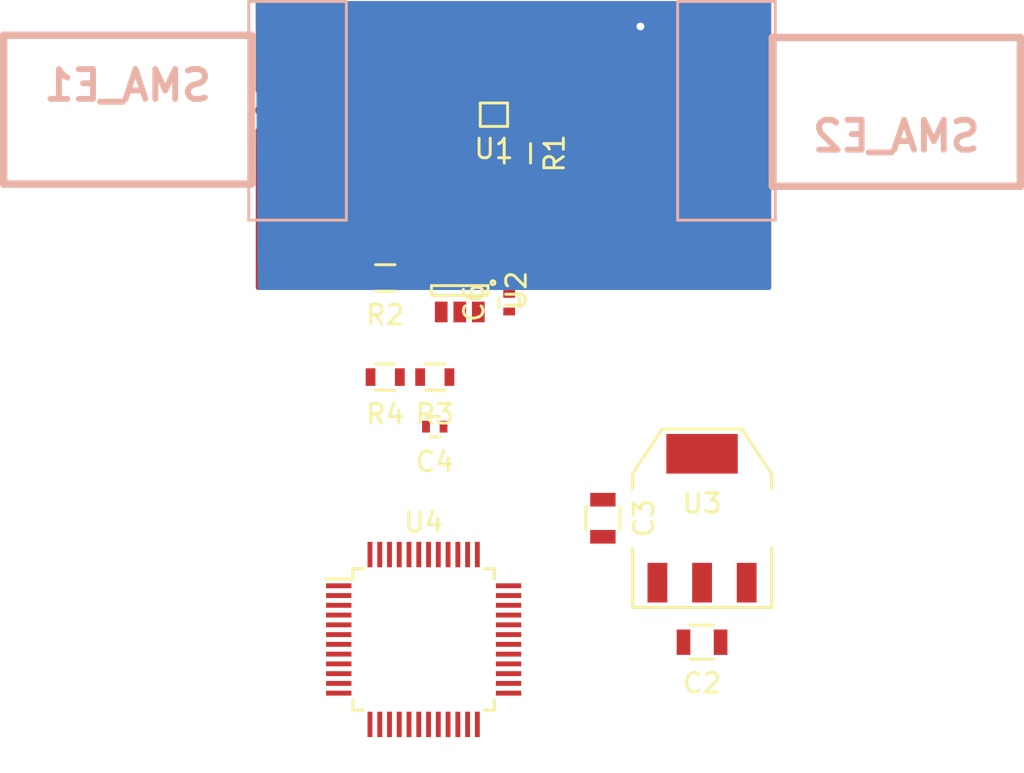
<source format=kicad_pcb>
(kicad_pcb (version 4) (host pcbnew 4.0.2-1.fc23-product)

  (general
    (links 27)
    (no_connects 18)
    (area 135.499499 90.644999 188.350501 130.575)
    (thickness 1.6)
    (drawings 0)
    (tracks 18)
    (zones 0)
    (modules 14)
    (nets 60)
  )

  (page A4)
  (layers
    (0 F.Cu signal)
    (31 B.Cu signal)
    (32 B.Adhes user)
    (33 F.Adhes user)
    (34 B.Paste user)
    (35 F.Paste user)
    (36 B.SilkS user)
    (37 F.SilkS user)
    (38 B.Mask user)
    (39 F.Mask user)
    (40 Dwgs.User user)
    (41 Cmts.User user)
    (42 Eco1.User user)
    (43 Eco2.User user)
    (44 Edge.Cuts user)
    (45 Margin user)
    (46 B.CrtYd user)
    (47 F.CrtYd user)
    (48 B.Fab user)
    (49 F.Fab user)
  )

  (setup
    (last_trace_width 0.25)
    (user_trace_width 0.152)
    (user_trace_width 0.16)
    (user_trace_width 0.356352)
    (user_trace_width 0.5)
    (user_trace_width 0.638258)
    (trace_clearance 0.2)
    (zone_clearance 0.2)
    (zone_45_only no)
    (trace_min 0.152)
    (segment_width 0.2)
    (edge_width 0.15)
    (via_size 0.6)
    (via_drill 0.4)
    (via_min_size 0.4)
    (via_min_drill 0.3)
    (uvia_size 0.3)
    (uvia_drill 0.1)
    (uvias_allowed no)
    (uvia_min_size 0.2)
    (uvia_min_drill 0.1)
    (pcb_text_width 0.3)
    (pcb_text_size 1.5 1.5)
    (mod_edge_width 0.15)
    (mod_text_size 1 1)
    (mod_text_width 0.15)
    (pad_size 1.524 1.524)
    (pad_drill 0.762)
    (pad_to_mask_clearance 0.2)
    (aux_axis_origin 0 0)
    (visible_elements FFFFFF7F)
    (pcbplotparams
      (layerselection 0x00030_80000001)
      (usegerberextensions false)
      (excludeedgelayer true)
      (linewidth 0.100000)
      (plotframeref false)
      (viasonmask false)
      (mode 1)
      (useauxorigin false)
      (hpglpennumber 1)
      (hpglpenspeed 20)
      (hpglpendiameter 15)
      (hpglpenoverlay 2)
      (psnegative false)
      (psa4output false)
      (plotreference true)
      (plotvalue true)
      (plotinvisibletext false)
      (padsonsilk false)
      (subtractmaskfromsilk false)
      (outputformat 1)
      (mirror false)
      (drillshape 1)
      (scaleselection 1)
      (outputdirectory ""))
  )

  (net 0 "")
  (net 1 "Net-(C2-Pad1)")
  (net 2 GND)
  (net 3 +5V)
  (net 4 "Net-(C4-Pad1)")
  (net 5 "Net-(R1-Pad1)")
  (net 6 "Net-(R2-Pad1)")
  (net 7 "Net-(R3-Pad2)")
  (net 8 "Net-(SMA_E1-Pad1)")
  (net 9 "Net-(SMA_E2-Pad1)")
  (net 10 "Net-(C1-Pad2)")
  (net 11 "Net-(U4-Pad1)")
  (net 12 "Net-(U4-Pad2)")
  (net 13 "Net-(U4-Pad3)")
  (net 14 "Net-(U4-Pad4)")
  (net 15 "Net-(U4-Pad5)")
  (net 16 "Net-(U4-Pad6)")
  (net 17 "Net-(U4-Pad7)")
  (net 18 "Net-(U4-Pad8)")
  (net 19 "Net-(U4-Pad9)")
  (net 20 "Net-(U4-Pad10)")
  (net 21 "Net-(U4-Pad11)")
  (net 22 "Net-(U4-Pad12)")
  (net 23 "Net-(U4-Pad13)")
  (net 24 "Net-(U4-Pad14)")
  (net 25 "Net-(U4-Pad15)")
  (net 26 "Net-(U4-Pad16)")
  (net 27 "Net-(U4-Pad17)")
  (net 28 "Net-(U4-Pad18)")
  (net 29 "Net-(U4-Pad19)")
  (net 30 "Net-(U4-Pad20)")
  (net 31 "Net-(U4-Pad21)")
  (net 32 "Net-(U4-Pad22)")
  (net 33 "Net-(U4-Pad23)")
  (net 34 "Net-(U4-Pad24)")
  (net 35 "Net-(U4-Pad25)")
  (net 36 "Net-(U4-Pad26)")
  (net 37 "Net-(U4-Pad27)")
  (net 38 "Net-(U4-Pad28)")
  (net 39 "Net-(U4-Pad29)")
  (net 40 "Net-(U4-Pad30)")
  (net 41 "Net-(U4-Pad31)")
  (net 42 "Net-(U4-Pad32)")
  (net 43 "Net-(U4-Pad33)")
  (net 44 "Net-(U4-Pad34)")
  (net 45 "Net-(U4-Pad35)")
  (net 46 "Net-(U4-Pad36)")
  (net 47 "Net-(U4-Pad37)")
  (net 48 "Net-(U4-Pad38)")
  (net 49 "Net-(U4-Pad39)")
  (net 50 "Net-(U4-Pad40)")
  (net 51 "Net-(U4-Pad41)")
  (net 52 "Net-(U4-Pad42)")
  (net 53 "Net-(U4-Pad43)")
  (net 54 "Net-(U4-Pad44)")
  (net 55 "Net-(U4-Pad45)")
  (net 56 "Net-(U4-Pad46)")
  (net 57 "Net-(U4-Pad47)")
  (net 58 "Net-(U4-Pad48)")
  (net 59 "Net-(C1-Pad1)")

  (net_class Default "Dies ist die voreingestellte Netzklasse."
    (clearance 0.2)
    (trace_width 0.25)
    (via_dia 0.6)
    (via_drill 0.4)
    (uvia_dia 0.3)
    (uvia_drill 0.1)
    (add_net +5V)
    (add_net GND)
    (add_net "Net-(C1-Pad1)")
    (add_net "Net-(C1-Pad2)")
    (add_net "Net-(C2-Pad1)")
    (add_net "Net-(C4-Pad1)")
    (add_net "Net-(R1-Pad1)")
    (add_net "Net-(R2-Pad1)")
    (add_net "Net-(R3-Pad2)")
    (add_net "Net-(SMA_E1-Pad1)")
    (add_net "Net-(SMA_E2-Pad1)")
    (add_net "Net-(U4-Pad1)")
    (add_net "Net-(U4-Pad10)")
    (add_net "Net-(U4-Pad11)")
    (add_net "Net-(U4-Pad12)")
    (add_net "Net-(U4-Pad13)")
    (add_net "Net-(U4-Pad14)")
    (add_net "Net-(U4-Pad15)")
    (add_net "Net-(U4-Pad16)")
    (add_net "Net-(U4-Pad17)")
    (add_net "Net-(U4-Pad18)")
    (add_net "Net-(U4-Pad19)")
    (add_net "Net-(U4-Pad2)")
    (add_net "Net-(U4-Pad20)")
    (add_net "Net-(U4-Pad21)")
    (add_net "Net-(U4-Pad22)")
    (add_net "Net-(U4-Pad23)")
    (add_net "Net-(U4-Pad24)")
    (add_net "Net-(U4-Pad25)")
    (add_net "Net-(U4-Pad26)")
    (add_net "Net-(U4-Pad27)")
    (add_net "Net-(U4-Pad28)")
    (add_net "Net-(U4-Pad29)")
    (add_net "Net-(U4-Pad3)")
    (add_net "Net-(U4-Pad30)")
    (add_net "Net-(U4-Pad31)")
    (add_net "Net-(U4-Pad32)")
    (add_net "Net-(U4-Pad33)")
    (add_net "Net-(U4-Pad34)")
    (add_net "Net-(U4-Pad35)")
    (add_net "Net-(U4-Pad36)")
    (add_net "Net-(U4-Pad37)")
    (add_net "Net-(U4-Pad38)")
    (add_net "Net-(U4-Pad39)")
    (add_net "Net-(U4-Pad4)")
    (add_net "Net-(U4-Pad40)")
    (add_net "Net-(U4-Pad41)")
    (add_net "Net-(U4-Pad42)")
    (add_net "Net-(U4-Pad43)")
    (add_net "Net-(U4-Pad44)")
    (add_net "Net-(U4-Pad45)")
    (add_net "Net-(U4-Pad46)")
    (add_net "Net-(U4-Pad47)")
    (add_net "Net-(U4-Pad48)")
    (add_net "Net-(U4-Pad5)")
    (add_net "Net-(U4-Pad6)")
    (add_net "Net-(U4-Pad7)")
    (add_net "Net-(U4-Pad8)")
    (add_net "Net-(U4-Pad9)")
  )

  (module Resistors_SMD:R_0805 (layer F.Cu) (tedit 5415CDEB) (tstamp 571035F1)
    (at 171.66 123.74 180)
    (descr "Resistor SMD 0805, reflow soldering, Vishay (see dcrcw.pdf)")
    (tags "resistor 0805")
    (path /571030A9)
    (attr smd)
    (fp_text reference C2 (at 0 -2.1 180) (layer F.SilkS)
      (effects (font (size 1 1) (thickness 0.15)))
    )
    (fp_text value 10uF (at 0 2.1 180) (layer F.Fab)
      (effects (font (size 1 1) (thickness 0.15)))
    )
    (fp_line (start -1.6 -1) (end 1.6 -1) (layer F.CrtYd) (width 0.05))
    (fp_line (start -1.6 1) (end 1.6 1) (layer F.CrtYd) (width 0.05))
    (fp_line (start -1.6 -1) (end -1.6 1) (layer F.CrtYd) (width 0.05))
    (fp_line (start 1.6 -1) (end 1.6 1) (layer F.CrtYd) (width 0.05))
    (fp_line (start 0.6 0.875) (end -0.6 0.875) (layer F.SilkS) (width 0.15))
    (fp_line (start -0.6 -0.875) (end 0.6 -0.875) (layer F.SilkS) (width 0.15))
    (pad 1 smd rect (at -0.95 0 180) (size 0.7 1.3) (layers F.Cu F.Paste F.Mask)
      (net 1 "Net-(C2-Pad1)"))
    (pad 2 smd rect (at 0.95 0 180) (size 0.7 1.3) (layers F.Cu F.Paste F.Mask)
      (net 2 GND))
    (model Resistors_SMD.3dshapes/R_0805.wrl
      (at (xyz 0 0 0))
      (scale (xyz 1 1 1))
      (rotate (xyz 0 0 0))
    )
  )

  (module Resistors_SMD:R_0805 (layer F.Cu) (tedit 5415CDEB) (tstamp 571035F7)
    (at 166.58 117.39 270)
    (descr "Resistor SMD 0805, reflow soldering, Vishay (see dcrcw.pdf)")
    (tags "resistor 0805")
    (path /57102FF1)
    (attr smd)
    (fp_text reference C3 (at 0 -2.1 270) (layer F.SilkS)
      (effects (font (size 1 1) (thickness 0.15)))
    )
    (fp_text value 10uF (at 0 2.1 270) (layer F.Fab)
      (effects (font (size 1 1) (thickness 0.15)))
    )
    (fp_line (start -1.6 -1) (end 1.6 -1) (layer F.CrtYd) (width 0.05))
    (fp_line (start -1.6 1) (end 1.6 1) (layer F.CrtYd) (width 0.05))
    (fp_line (start -1.6 -1) (end -1.6 1) (layer F.CrtYd) (width 0.05))
    (fp_line (start 1.6 -1) (end 1.6 1) (layer F.CrtYd) (width 0.05))
    (fp_line (start 0.6 0.875) (end -0.6 0.875) (layer F.SilkS) (width 0.15))
    (fp_line (start -0.6 -0.875) (end 0.6 -0.875) (layer F.SilkS) (width 0.15))
    (pad 1 smd rect (at -0.95 0 270) (size 0.7 1.3) (layers F.Cu F.Paste F.Mask)
      (net 3 +5V))
    (pad 2 smd rect (at 0.95 0 270) (size 0.7 1.3) (layers F.Cu F.Paste F.Mask)
      (net 2 GND))
    (model Resistors_SMD.3dshapes/R_0805.wrl
      (at (xyz 0 0 0))
      (scale (xyz 1 1 1))
      (rotate (xyz 0 0 0))
    )
  )

  (module Resistors_SMD:R_0402 (layer F.Cu) (tedit 5415CBB8) (tstamp 571035FD)
    (at 157.97 112.7 180)
    (descr "Resistor SMD 0402, reflow soldering, Vishay (see dcrcw.pdf)")
    (tags "resistor 0402")
    (path /570D89F9)
    (attr smd)
    (fp_text reference C4 (at 0 -1.8 180) (layer F.SilkS)
      (effects (font (size 1 1) (thickness 0.15)))
    )
    (fp_text value 100nF (at 0 1.8 180) (layer F.Fab)
      (effects (font (size 1 1) (thickness 0.15)))
    )
    (fp_line (start -0.95 -0.65) (end 0.95 -0.65) (layer F.CrtYd) (width 0.05))
    (fp_line (start -0.95 0.65) (end 0.95 0.65) (layer F.CrtYd) (width 0.05))
    (fp_line (start -0.95 -0.65) (end -0.95 0.65) (layer F.CrtYd) (width 0.05))
    (fp_line (start 0.95 -0.65) (end 0.95 0.65) (layer F.CrtYd) (width 0.05))
    (fp_line (start 0.25 -0.525) (end -0.25 -0.525) (layer F.SilkS) (width 0.15))
    (fp_line (start -0.25 0.525) (end 0.25 0.525) (layer F.SilkS) (width 0.15))
    (pad 1 smd rect (at -0.45 0 180) (size 0.4 0.6) (layers F.Cu F.Paste F.Mask)
      (net 4 "Net-(C4-Pad1)"))
    (pad 2 smd rect (at 0.45 0 180) (size 0.4 0.6) (layers F.Cu F.Paste F.Mask)
      (net 2 GND))
    (model Resistors_SMD.3dshapes/R_0402.wrl
      (at (xyz 0 0 0))
      (scale (xyz 1 1 1))
      (rotate (xyz 0 0 0))
    )
  )

  (module Resistors_SMD:R_0402 (layer F.Cu) (tedit 5415CBB8) (tstamp 57103603)
    (at 161.78 106.35 90)
    (descr "Resistor SMD 0402, reflow soldering, Vishay (see dcrcw.pdf)")
    (tags "resistor 0402")
    (path /570D77A5)
    (attr smd)
    (fp_text reference C6 (at 0 -1.8 90) (layer F.SilkS)
      (effects (font (size 1 1) (thickness 0.15)))
    )
    (fp_text value 100nF (at 0 1.8 90) (layer F.Fab)
      (effects (font (size 1 1) (thickness 0.15)))
    )
    (fp_line (start -0.95 -0.65) (end 0.95 -0.65) (layer F.CrtYd) (width 0.05))
    (fp_line (start -0.95 0.65) (end 0.95 0.65) (layer F.CrtYd) (width 0.05))
    (fp_line (start -0.95 -0.65) (end -0.95 0.65) (layer F.CrtYd) (width 0.05))
    (fp_line (start 0.95 -0.65) (end 0.95 0.65) (layer F.CrtYd) (width 0.05))
    (fp_line (start 0.25 -0.525) (end -0.25 -0.525) (layer F.SilkS) (width 0.15))
    (fp_line (start -0.25 0.525) (end 0.25 0.525) (layer F.SilkS) (width 0.15))
    (pad 1 smd rect (at -0.45 0 90) (size 0.4 0.6) (layers F.Cu F.Paste F.Mask)
      (net 3 +5V))
    (pad 2 smd rect (at 0.45 0 90) (size 0.4 0.6) (layers F.Cu F.Paste F.Mask)
      (net 2 GND))
    (model Resistors_SMD.3dshapes/R_0402.wrl
      (at (xyz 0 0 0))
      (scale (xyz 1 1 1))
      (rotate (xyz 0 0 0))
    )
  )

  (module Resistors_SMD:R_0603 (layer F.Cu) (tedit 5415CC62) (tstamp 57103609)
    (at 162.2 98.7 270)
    (descr "Resistor SMD 0603, reflow soldering, Vishay (see dcrcw.pdf)")
    (tags "resistor 0603")
    (path /570BFBEB)
    (attr smd)
    (fp_text reference R1 (at 0 -1.9 270) (layer F.SilkS)
      (effects (font (size 1 1) (thickness 0.15)))
    )
    (fp_text value 50R (at 0 1.9 270) (layer F.Fab)
      (effects (font (size 1 1) (thickness 0.15)))
    )
    (fp_line (start -1.3 -0.8) (end 1.3 -0.8) (layer F.CrtYd) (width 0.05))
    (fp_line (start -1.3 0.8) (end 1.3 0.8) (layer F.CrtYd) (width 0.05))
    (fp_line (start -1.3 -0.8) (end -1.3 0.8) (layer F.CrtYd) (width 0.05))
    (fp_line (start 1.3 -0.8) (end 1.3 0.8) (layer F.CrtYd) (width 0.05))
    (fp_line (start 0.5 0.675) (end -0.5 0.675) (layer F.SilkS) (width 0.15))
    (fp_line (start -0.5 -0.675) (end 0.5 -0.675) (layer F.SilkS) (width 0.15))
    (pad 1 smd rect (at -0.75 0 270) (size 0.5 0.9) (layers F.Cu F.Paste F.Mask)
      (net 5 "Net-(R1-Pad1)"))
    (pad 2 smd rect (at 0.75 0 270) (size 0.5 0.9) (layers F.Cu F.Paste F.Mask)
      (net 2 GND))
    (model Resistors_SMD.3dshapes/R_0603.wrl
      (at (xyz 0 0 0))
      (scale (xyz 1 1 1))
      (rotate (xyz 0 0 0))
    )
  )

  (module Resistors_SMD:R_0603 (layer F.Cu) (tedit 5415CC62) (tstamp 5710360F)
    (at 155.43 105.08 180)
    (descr "Resistor SMD 0603, reflow soldering, Vishay (see dcrcw.pdf)")
    (tags "resistor 0603")
    (path /570D8706)
    (attr smd)
    (fp_text reference R2 (at 0 -1.9 180) (layer F.SilkS)
      (effects (font (size 1 1) (thickness 0.15)))
    )
    (fp_text value 22k (at 0 1.9 180) (layer F.Fab)
      (effects (font (size 1 1) (thickness 0.15)))
    )
    (fp_line (start -1.3 -0.8) (end 1.3 -0.8) (layer F.CrtYd) (width 0.05))
    (fp_line (start -1.3 0.8) (end 1.3 0.8) (layer F.CrtYd) (width 0.05))
    (fp_line (start -1.3 -0.8) (end -1.3 0.8) (layer F.CrtYd) (width 0.05))
    (fp_line (start 1.3 -0.8) (end 1.3 0.8) (layer F.CrtYd) (width 0.05))
    (fp_line (start 0.5 0.675) (end -0.5 0.675) (layer F.SilkS) (width 0.15))
    (fp_line (start -0.5 -0.675) (end 0.5 -0.675) (layer F.SilkS) (width 0.15))
    (pad 1 smd rect (at -0.75 0 180) (size 0.5 0.9) (layers F.Cu F.Paste F.Mask)
      (net 6 "Net-(R2-Pad1)"))
    (pad 2 smd rect (at 0.75 0 180) (size 0.5 0.9) (layers F.Cu F.Paste F.Mask)
      (net 3 +5V))
    (model Resistors_SMD.3dshapes/R_0603.wrl
      (at (xyz 0 0 0))
      (scale (xyz 1 1 1))
      (rotate (xyz 0 0 0))
    )
  )

  (module Resistors_SMD:R_0603 (layer F.Cu) (tedit 5415CC62) (tstamp 57103615)
    (at 157.97 110.16 180)
    (descr "Resistor SMD 0603, reflow soldering, Vishay (see dcrcw.pdf)")
    (tags "resistor 0603")
    (path /570D880A)
    (attr smd)
    (fp_text reference R3 (at 0 -1.9 180) (layer F.SilkS)
      (effects (font (size 1 1) (thickness 0.15)))
    )
    (fp_text value 10k (at 0 1.9 180) (layer F.Fab)
      (effects (font (size 1 1) (thickness 0.15)))
    )
    (fp_line (start -1.3 -0.8) (end 1.3 -0.8) (layer F.CrtYd) (width 0.05))
    (fp_line (start -1.3 0.8) (end 1.3 0.8) (layer F.CrtYd) (width 0.05))
    (fp_line (start -1.3 -0.8) (end -1.3 0.8) (layer F.CrtYd) (width 0.05))
    (fp_line (start 1.3 -0.8) (end 1.3 0.8) (layer F.CrtYd) (width 0.05))
    (fp_line (start 0.5 0.675) (end -0.5 0.675) (layer F.SilkS) (width 0.15))
    (fp_line (start -0.5 -0.675) (end 0.5 -0.675) (layer F.SilkS) (width 0.15))
    (pad 1 smd rect (at -0.75 0 180) (size 0.5 0.9) (layers F.Cu F.Paste F.Mask)
      (net 4 "Net-(C4-Pad1)"))
    (pad 2 smd rect (at 0.75 0 180) (size 0.5 0.9) (layers F.Cu F.Paste F.Mask)
      (net 7 "Net-(R3-Pad2)"))
    (model Resistors_SMD.3dshapes/R_0603.wrl
      (at (xyz 0 0 0))
      (scale (xyz 1 1 1))
      (rotate (xyz 0 0 0))
    )
  )

  (module Resistors_SMD:R_0603 (layer F.Cu) (tedit 5415CC62) (tstamp 5710361B)
    (at 155.43 110.16 180)
    (descr "Resistor SMD 0603, reflow soldering, Vishay (see dcrcw.pdf)")
    (tags "resistor 0603")
    (path /570D8846)
    (attr smd)
    (fp_text reference R4 (at 0 -1.9 180) (layer F.SilkS)
      (effects (font (size 1 1) (thickness 0.15)))
    )
    (fp_text value 10k (at 0 1.9 180) (layer F.Fab)
      (effects (font (size 1 1) (thickness 0.15)))
    )
    (fp_line (start -1.3 -0.8) (end 1.3 -0.8) (layer F.CrtYd) (width 0.05))
    (fp_line (start -1.3 0.8) (end 1.3 0.8) (layer F.CrtYd) (width 0.05))
    (fp_line (start -1.3 -0.8) (end -1.3 0.8) (layer F.CrtYd) (width 0.05))
    (fp_line (start 1.3 -0.8) (end 1.3 0.8) (layer F.CrtYd) (width 0.05))
    (fp_line (start 0.5 0.675) (end -0.5 0.675) (layer F.SilkS) (width 0.15))
    (fp_line (start -0.5 -0.675) (end 0.5 -0.675) (layer F.SilkS) (width 0.15))
    (pad 1 smd rect (at -0.75 0 180) (size 0.5 0.9) (layers F.Cu F.Paste F.Mask)
      (net 7 "Net-(R3-Pad2)"))
    (pad 2 smd rect (at 0.75 0 180) (size 0.5 0.9) (layers F.Cu F.Paste F.Mask)
      (net 2 GND))
    (model Resistors_SMD.3dshapes/R_0603.wrl
      (at (xyz 0 0 0))
      (scale (xyz 1 1 1))
      (rotate (xyz 0 0 0))
    )
  )

  (module Toni:SMA_EDGE_Johnson_142-0701-801 (layer B.Cu) (tedit 571022CD) (tstamp 57103623)
    (at 142.24 96.52 180)
    (path /570D6441)
    (fp_text reference SMA_E1 (at 0 1.3 180) (layer B.SilkS)
      (effects (font (thickness 0.3048)) (justify mirror))
    )
    (fp_text value SMA_out (at 0 -1.24 180) (layer B.SilkS) hide
      (effects (font (thickness 0.3048)) (justify mirror))
    )
    (fp_line (start -6.2 5.6) (end -6.3 5.6) (layer B.SilkS) (width 0.15))
    (fp_line (start -6.3 5.6) (end -11.2 5.6) (layer B.SilkS) (width 0.15))
    (fp_line (start -11.2 5.6) (end -11.2 -5.6) (layer B.SilkS) (width 0.15))
    (fp_line (start -11.2 -5.6) (end -6.2 -5.6) (layer B.SilkS) (width 0.15))
    (fp_line (start -6.2 -5.6) (end -6.2 5.6) (layer B.SilkS) (width 0.15))
    (fp_line (start -6.35 3.8654) (end -6.35 -3.7546) (layer B.SilkS) (width 0.381))
    (fp_line (start -6.35 -3.7546) (end 6.35 -3.7546) (layer B.SilkS) (width 0.381))
    (fp_line (start 6.35 -3.7546) (end 6.35 3.8654) (layer B.SilkS) (width 0.381))
    (fp_line (start 6.35 3.8654) (end -6.35 3.8654) (layer B.SilkS) (width 0.381))
    (pad 0 connect rect (at -8.9 4.4 180) (size 4.572 2.413) (layers *.Mask F.Cu)
      (net 2 GND))
    (pad 1 connect trapezoid (at -6.858 0.03 180) (size 0.50038 1.39954) (rect_delta 0.59944 0 ) (layers F.Cu F.Mask)
      (net 8 "Net-(SMA_E1-Pad1)"))
    (pad 2 connect rect (at -8.9 -4.4 180) (size 4.572 2.413) (layers *.Mask F.Cu)
      (net 2 GND))
    (pad 1 connect rect (at -9.144 0.03 180) (size 4.07162 2.2) (layers F.Cu F.Mask)
      (net 8 "Net-(SMA_E1-Pad1)"))
    (model SMA_EDGE.wrl
      (at (xyz -0.205 -0.05 -0.12))
      (scale (xyz 1.3 1.3 1.3))
      (rotate (xyz 270 0 180))
    )
  )

  (module Toni:SMA_EDGE_Johnson_142-0701-801 (layer B.Cu) (tedit 571022CD) (tstamp 5710362B)
    (at 181.61 96.52)
    (path /570D66BE)
    (fp_text reference SMA_E2 (at 0 1.3) (layer B.SilkS)
      (effects (font (thickness 0.3048)) (justify mirror))
    )
    (fp_text value SMA_in (at 0 -1.24) (layer B.SilkS) hide
      (effects (font (thickness 0.3048)) (justify mirror))
    )
    (fp_line (start -6.2 5.6) (end -6.3 5.6) (layer B.SilkS) (width 0.15))
    (fp_line (start -6.3 5.6) (end -11.2 5.6) (layer B.SilkS) (width 0.15))
    (fp_line (start -11.2 5.6) (end -11.2 -5.6) (layer B.SilkS) (width 0.15))
    (fp_line (start -11.2 -5.6) (end -6.2 -5.6) (layer B.SilkS) (width 0.15))
    (fp_line (start -6.2 -5.6) (end -6.2 5.6) (layer B.SilkS) (width 0.15))
    (fp_line (start -6.35 3.8654) (end -6.35 -3.7546) (layer B.SilkS) (width 0.381))
    (fp_line (start -6.35 -3.7546) (end 6.35 -3.7546) (layer B.SilkS) (width 0.381))
    (fp_line (start 6.35 -3.7546) (end 6.35 3.8654) (layer B.SilkS) (width 0.381))
    (fp_line (start 6.35 3.8654) (end -6.35 3.8654) (layer B.SilkS) (width 0.381))
    (pad 0 connect rect (at -8.9 4.4) (size 4.572 2.413) (layers *.Mask F.Cu)
      (net 2 GND))
    (pad 1 connect trapezoid (at -6.858 0.03) (size 0.50038 1.39954) (rect_delta 0.59944 0 ) (layers F.Cu F.Mask)
      (net 9 "Net-(SMA_E2-Pad1)"))
    (pad 2 connect rect (at -8.9 -4.4) (size 4.572 2.413) (layers *.Mask F.Cu)
      (net 2 GND))
    (pad 1 connect rect (at -9.144 0.03) (size 4.07162 2.2) (layers F.Cu F.Mask)
      (net 9 "Net-(SMA_E2-Pad1)"))
    (model SMA_EDGE.wrl
      (at (xyz -0.205 -0.05 -0.12))
      (scale (xyz 1.3 1.3 1.3))
      (rotate (xyz 270 0 180))
    )
  )

  (module TO_SOT_Packages_SMD:SOT-23-6 (layer F.Cu) (tedit 53DE8DE3) (tstamp 57103635)
    (at 159.25 105.725 270)
    (descr "6-pin SOT-23 package")
    (tags SOT-23-6)
    (path /570D7DEA)
    (attr smd)
    (fp_text reference U2 (at 0 -2.9 270) (layer F.SilkS)
      (effects (font (size 1 1) (thickness 0.15)))
    )
    (fp_text value LTC5530 (at 0 2.9 270) (layer F.Fab)
      (effects (font (size 1 1) (thickness 0.15)))
    )
    (fp_circle (center -0.4 -1.7) (end -0.3 -1.7) (layer F.SilkS) (width 0.15))
    (fp_line (start 0.25 -1.45) (end -0.25 -1.45) (layer F.SilkS) (width 0.15))
    (fp_line (start 0.25 1.45) (end 0.25 -1.45) (layer F.SilkS) (width 0.15))
    (fp_line (start -0.25 1.45) (end 0.25 1.45) (layer F.SilkS) (width 0.15))
    (fp_line (start -0.25 -1.45) (end -0.25 1.45) (layer F.SilkS) (width 0.15))
    (pad 1 smd rect (at -1.1 -0.95 270) (size 1.06 0.65) (layers F.Cu F.Paste F.Mask)
      (net 10 "Net-(C1-Pad2)"))
    (pad 2 smd rect (at -1.1 0 270) (size 1.06 0.65) (layers F.Cu F.Paste F.Mask)
      (net 2 GND))
    (pad 3 smd rect (at -1.1 0.95 270) (size 1.06 0.65) (layers F.Cu F.Paste F.Mask)
      (net 6 "Net-(R2-Pad1)"))
    (pad 4 smd rect (at 1.1 0.95 270) (size 1.06 0.65) (layers F.Cu F.Paste F.Mask)
      (net 7 "Net-(R3-Pad2)"))
    (pad 6 smd rect (at 1.1 -0.95 270) (size 1.06 0.65) (layers F.Cu F.Paste F.Mask)
      (net 3 +5V))
    (pad 5 smd rect (at 1.1 0 270) (size 1.06 0.65) (layers F.Cu F.Paste F.Mask)
      (net 4 "Net-(C4-Pad1)"))
    (model TO_SOT_Packages_SMD.3dshapes/SOT-23-6.wrl
      (at (xyz 0 0 0))
      (scale (xyz 1 1 1))
      (rotate (xyz 0 0 0))
    )
  )

  (module TO_SOT_Packages_SMD:SOT-223 (layer F.Cu) (tedit 0) (tstamp 5710363D)
    (at 171.66 117.39)
    (descr "module CMS SOT223 4 pins")
    (tags "CMS SOT")
    (path /571036F5)
    (attr smd)
    (fp_text reference U3 (at 0 -0.762) (layer F.SilkS)
      (effects (font (size 1 1) (thickness 0.15)))
    )
    (fp_text value LM1117_SOT223 (at 0 0.762) (layer F.Fab)
      (effects (font (size 1 1) (thickness 0.15)))
    )
    (fp_line (start -3.556 1.524) (end -3.556 4.572) (layer F.SilkS) (width 0.15))
    (fp_line (start -3.556 4.572) (end 3.556 4.572) (layer F.SilkS) (width 0.15))
    (fp_line (start 3.556 4.572) (end 3.556 1.524) (layer F.SilkS) (width 0.15))
    (fp_line (start -3.556 -1.524) (end -3.556 -2.286) (layer F.SilkS) (width 0.15))
    (fp_line (start -3.556 -2.286) (end -2.032 -4.572) (layer F.SilkS) (width 0.15))
    (fp_line (start -2.032 -4.572) (end 2.032 -4.572) (layer F.SilkS) (width 0.15))
    (fp_line (start 2.032 -4.572) (end 3.556 -2.286) (layer F.SilkS) (width 0.15))
    (fp_line (start 3.556 -2.286) (end 3.556 -1.524) (layer F.SilkS) (width 0.15))
    (pad 4 smd rect (at 0 -3.302) (size 3.6576 2.032) (layers F.Cu F.Paste F.Mask)
      (net 3 +5V))
    (pad 2 smd rect (at 0 3.302) (size 1.016 2.032) (layers F.Cu F.Paste F.Mask)
      (net 3 +5V))
    (pad 3 smd rect (at 2.286 3.302) (size 1.016 2.032) (layers F.Cu F.Paste F.Mask)
      (net 1 "Net-(C2-Pad1)"))
    (pad 1 smd rect (at -2.286 3.302) (size 1.016 2.032) (layers F.Cu F.Paste F.Mask)
      (net 2 GND))
    (model TO_SOT_Packages_SMD.3dshapes/SOT-223.wrl
      (at (xyz 0 0 0))
      (scale (xyz 0.4 0.4 0.4))
      (rotate (xyz 0 0 0))
    )
  )

  (module Housings_QFP:LQFP-48_7x7mm_Pitch0.5mm (layer F.Cu) (tedit 54130A77) (tstamp 5710379A)
    (at 157.4 123.6)
    (descr "48 LEAD LQFP 7x7mm (see MICREL LQFP7x7-48LD-PL-1.pdf)")
    (tags "QFP 0.5")
    (path /571038E8)
    (attr smd)
    (fp_text reference U4 (at 0 -6) (layer F.SilkS)
      (effects (font (size 1 1) (thickness 0.15)))
    )
    (fp_text value STM32F030C8Tx (at 0 6) (layer F.Fab)
      (effects (font (size 1 1) (thickness 0.15)))
    )
    (fp_line (start -5.25 -5.25) (end -5.25 5.25) (layer F.CrtYd) (width 0.05))
    (fp_line (start 5.25 -5.25) (end 5.25 5.25) (layer F.CrtYd) (width 0.05))
    (fp_line (start -5.25 -5.25) (end 5.25 -5.25) (layer F.CrtYd) (width 0.05))
    (fp_line (start -5.25 5.25) (end 5.25 5.25) (layer F.CrtYd) (width 0.05))
    (fp_line (start -3.625 -3.625) (end -3.625 -3.1) (layer F.SilkS) (width 0.15))
    (fp_line (start 3.625 -3.625) (end 3.625 -3.1) (layer F.SilkS) (width 0.15))
    (fp_line (start 3.625 3.625) (end 3.625 3.1) (layer F.SilkS) (width 0.15))
    (fp_line (start -3.625 3.625) (end -3.625 3.1) (layer F.SilkS) (width 0.15))
    (fp_line (start -3.625 -3.625) (end -3.1 -3.625) (layer F.SilkS) (width 0.15))
    (fp_line (start -3.625 3.625) (end -3.1 3.625) (layer F.SilkS) (width 0.15))
    (fp_line (start 3.625 3.625) (end 3.1 3.625) (layer F.SilkS) (width 0.15))
    (fp_line (start 3.625 -3.625) (end 3.1 -3.625) (layer F.SilkS) (width 0.15))
    (fp_line (start -3.625 -3.1) (end -5 -3.1) (layer F.SilkS) (width 0.15))
    (pad 1 smd rect (at -4.35 -2.75) (size 1.3 0.25) (layers F.Cu F.Paste F.Mask)
      (net 11 "Net-(U4-Pad1)"))
    (pad 2 smd rect (at -4.35 -2.25) (size 1.3 0.25) (layers F.Cu F.Paste F.Mask)
      (net 12 "Net-(U4-Pad2)"))
    (pad 3 smd rect (at -4.35 -1.75) (size 1.3 0.25) (layers F.Cu F.Paste F.Mask)
      (net 13 "Net-(U4-Pad3)"))
    (pad 4 smd rect (at -4.35 -1.25) (size 1.3 0.25) (layers F.Cu F.Paste F.Mask)
      (net 14 "Net-(U4-Pad4)"))
    (pad 5 smd rect (at -4.35 -0.75) (size 1.3 0.25) (layers F.Cu F.Paste F.Mask)
      (net 15 "Net-(U4-Pad5)"))
    (pad 6 smd rect (at -4.35 -0.25) (size 1.3 0.25) (layers F.Cu F.Paste F.Mask)
      (net 16 "Net-(U4-Pad6)"))
    (pad 7 smd rect (at -4.35 0.25) (size 1.3 0.25) (layers F.Cu F.Paste F.Mask)
      (net 17 "Net-(U4-Pad7)"))
    (pad 8 smd rect (at -4.35 0.75) (size 1.3 0.25) (layers F.Cu F.Paste F.Mask)
      (net 18 "Net-(U4-Pad8)"))
    (pad 9 smd rect (at -4.35 1.25) (size 1.3 0.25) (layers F.Cu F.Paste F.Mask)
      (net 19 "Net-(U4-Pad9)"))
    (pad 10 smd rect (at -4.35 1.75) (size 1.3 0.25) (layers F.Cu F.Paste F.Mask)
      (net 20 "Net-(U4-Pad10)"))
    (pad 11 smd rect (at -4.35 2.25) (size 1.3 0.25) (layers F.Cu F.Paste F.Mask)
      (net 21 "Net-(U4-Pad11)"))
    (pad 12 smd rect (at -4.35 2.75) (size 1.3 0.25) (layers F.Cu F.Paste F.Mask)
      (net 22 "Net-(U4-Pad12)"))
    (pad 13 smd rect (at -2.75 4.35 90) (size 1.3 0.25) (layers F.Cu F.Paste F.Mask)
      (net 23 "Net-(U4-Pad13)"))
    (pad 14 smd rect (at -2.25 4.35 90) (size 1.3 0.25) (layers F.Cu F.Paste F.Mask)
      (net 24 "Net-(U4-Pad14)"))
    (pad 15 smd rect (at -1.75 4.35 90) (size 1.3 0.25) (layers F.Cu F.Paste F.Mask)
      (net 25 "Net-(U4-Pad15)"))
    (pad 16 smd rect (at -1.25 4.35 90) (size 1.3 0.25) (layers F.Cu F.Paste F.Mask)
      (net 26 "Net-(U4-Pad16)"))
    (pad 17 smd rect (at -0.75 4.35 90) (size 1.3 0.25) (layers F.Cu F.Paste F.Mask)
      (net 27 "Net-(U4-Pad17)"))
    (pad 18 smd rect (at -0.25 4.35 90) (size 1.3 0.25) (layers F.Cu F.Paste F.Mask)
      (net 28 "Net-(U4-Pad18)"))
    (pad 19 smd rect (at 0.25 4.35 90) (size 1.3 0.25) (layers F.Cu F.Paste F.Mask)
      (net 29 "Net-(U4-Pad19)"))
    (pad 20 smd rect (at 0.75 4.35 90) (size 1.3 0.25) (layers F.Cu F.Paste F.Mask)
      (net 30 "Net-(U4-Pad20)"))
    (pad 21 smd rect (at 1.25 4.35 90) (size 1.3 0.25) (layers F.Cu F.Paste F.Mask)
      (net 31 "Net-(U4-Pad21)"))
    (pad 22 smd rect (at 1.75 4.35 90) (size 1.3 0.25) (layers F.Cu F.Paste F.Mask)
      (net 32 "Net-(U4-Pad22)"))
    (pad 23 smd rect (at 2.25 4.35 90) (size 1.3 0.25) (layers F.Cu F.Paste F.Mask)
      (net 33 "Net-(U4-Pad23)"))
    (pad 24 smd rect (at 2.75 4.35 90) (size 1.3 0.25) (layers F.Cu F.Paste F.Mask)
      (net 34 "Net-(U4-Pad24)"))
    (pad 25 smd rect (at 4.35 2.75) (size 1.3 0.25) (layers F.Cu F.Paste F.Mask)
      (net 35 "Net-(U4-Pad25)"))
    (pad 26 smd rect (at 4.35 2.25) (size 1.3 0.25) (layers F.Cu F.Paste F.Mask)
      (net 36 "Net-(U4-Pad26)"))
    (pad 27 smd rect (at 4.35 1.75) (size 1.3 0.25) (layers F.Cu F.Paste F.Mask)
      (net 37 "Net-(U4-Pad27)"))
    (pad 28 smd rect (at 4.35 1.25) (size 1.3 0.25) (layers F.Cu F.Paste F.Mask)
      (net 38 "Net-(U4-Pad28)"))
    (pad 29 smd rect (at 4.35 0.75) (size 1.3 0.25) (layers F.Cu F.Paste F.Mask)
      (net 39 "Net-(U4-Pad29)"))
    (pad 30 smd rect (at 4.35 0.25) (size 1.3 0.25) (layers F.Cu F.Paste F.Mask)
      (net 40 "Net-(U4-Pad30)"))
    (pad 31 smd rect (at 4.35 -0.25) (size 1.3 0.25) (layers F.Cu F.Paste F.Mask)
      (net 41 "Net-(U4-Pad31)"))
    (pad 32 smd rect (at 4.35 -0.75) (size 1.3 0.25) (layers F.Cu F.Paste F.Mask)
      (net 42 "Net-(U4-Pad32)"))
    (pad 33 smd rect (at 4.35 -1.25) (size 1.3 0.25) (layers F.Cu F.Paste F.Mask)
      (net 43 "Net-(U4-Pad33)"))
    (pad 34 smd rect (at 4.35 -1.75) (size 1.3 0.25) (layers F.Cu F.Paste F.Mask)
      (net 44 "Net-(U4-Pad34)"))
    (pad 35 smd rect (at 4.35 -2.25) (size 1.3 0.25) (layers F.Cu F.Paste F.Mask)
      (net 45 "Net-(U4-Pad35)"))
    (pad 36 smd rect (at 4.35 -2.75) (size 1.3 0.25) (layers F.Cu F.Paste F.Mask)
      (net 46 "Net-(U4-Pad36)"))
    (pad 37 smd rect (at 2.75 -4.35 90) (size 1.3 0.25) (layers F.Cu F.Paste F.Mask)
      (net 47 "Net-(U4-Pad37)"))
    (pad 38 smd rect (at 2.25 -4.35 90) (size 1.3 0.25) (layers F.Cu F.Paste F.Mask)
      (net 48 "Net-(U4-Pad38)"))
    (pad 39 smd rect (at 1.75 -4.35 90) (size 1.3 0.25) (layers F.Cu F.Paste F.Mask)
      (net 49 "Net-(U4-Pad39)"))
    (pad 40 smd rect (at 1.25 -4.35 90) (size 1.3 0.25) (layers F.Cu F.Paste F.Mask)
      (net 50 "Net-(U4-Pad40)"))
    (pad 41 smd rect (at 0.75 -4.35 90) (size 1.3 0.25) (layers F.Cu F.Paste F.Mask)
      (net 51 "Net-(U4-Pad41)"))
    (pad 42 smd rect (at 0.25 -4.35 90) (size 1.3 0.25) (layers F.Cu F.Paste F.Mask)
      (net 52 "Net-(U4-Pad42)"))
    (pad 43 smd rect (at -0.25 -4.35 90) (size 1.3 0.25) (layers F.Cu F.Paste F.Mask)
      (net 53 "Net-(U4-Pad43)"))
    (pad 44 smd rect (at -0.75 -4.35 90) (size 1.3 0.25) (layers F.Cu F.Paste F.Mask)
      (net 54 "Net-(U4-Pad44)"))
    (pad 45 smd rect (at -1.25 -4.35 90) (size 1.3 0.25) (layers F.Cu F.Paste F.Mask)
      (net 55 "Net-(U4-Pad45)"))
    (pad 46 smd rect (at -1.75 -4.35 90) (size 1.3 0.25) (layers F.Cu F.Paste F.Mask)
      (net 56 "Net-(U4-Pad46)"))
    (pad 47 smd rect (at -2.25 -4.35 90) (size 1.3 0.25) (layers F.Cu F.Paste F.Mask)
      (net 57 "Net-(U4-Pad47)"))
    (pad 48 smd rect (at -2.75 -4.35 90) (size 1.3 0.25) (layers F.Cu F.Paste F.Mask)
      (net 58 "Net-(U4-Pad48)"))
    (model Housings_QFP.3dshapes/LQFP-48_7x7mm_Pitch0.5mm.wrl
      (at (xyz 0 0 0))
      (scale (xyz 1 1 1))
      (rotate (xyz 0 0 0))
    )
  )

  (module Toni:CP0603_directional_coupler (layer F.Cu) (tedit 57103D82) (tstamp 57103E6E)
    (at 161 96.72)
    (path /570BFB81)
    (fp_text reference U1 (at 0 1.75) (layer F.SilkS)
      (effects (font (size 1 1) (thickness 0.15)))
    )
    (fp_text value CP0x0xx5425xNTR_Directional_Coupler (at 0.25 -2.25) (layer F.Fab)
      (effects (font (size 1 1) (thickness 0.15)))
    )
    (fp_line (start -0.7 -0.6) (end 0.7 -0.6) (layer F.SilkS) (width 0.15))
    (fp_line (start 0.7 -0.6) (end 0.7 0.6) (layer F.SilkS) (width 0.15))
    (fp_line (start 0.7 0.6) (end -0.7 0.6) (layer F.SilkS) (width 0.15))
    (fp_line (start -0.7 0.6) (end -0.7 -0.6) (layer F.SilkS) (width 0.15))
    (pad 4 smd rect (at 0.25 -0.225) (size 0.3 0.2) (layers F.Cu F.Paste F.Mask)
      (net 9 "Net-(SMA_E2-Pad1)"))
    (pad 3 smd rect (at 0.25 0.225) (size 0.3 0.2) (layers F.Cu F.Paste F.Mask)
      (net 5 "Net-(R1-Pad1)"))
    (pad 2 smd rect (at -0.25 0.225) (size 0.3 0.2) (layers F.Cu F.Paste F.Mask)
      (net 59 "Net-(C1-Pad1)"))
    (pad 1 smd rect (at -0.25 -0.225) (size 0.3 0.2) (layers F.Cu F.Paste F.Mask)
      (net 8 "Net-(SMA_E1-Pad1)"))
  )

  (segment (start 172.71 92.12) (end 168.58 92.12) (width 0.25) (layer F.Cu) (net 2) (status 400000))
  (segment (start 168.5 92.2) (end 168.6 92.1) (width 0.25) (layer B.Cu) (net 2) (tstamp 5710458E))
  (via (at 168.5 92.2) (size 0.6) (drill 0.4) (layers F.Cu B.Cu) (net 2))
  (segment (start 168.58 92.12) (end 168.5 92.2) (width 0.25) (layer F.Cu) (net 2) (tstamp 5710458C))
  (segment (start 161.25 96.945) (end 161.25 96.95) (width 0.25) (layer F.Cu) (net 5))
  (segment (start 161.25 96.95) (end 162.2 97.9) (width 0.25) (layer F.Cu) (net 5) (tstamp 571041B3))
  (segment (start 162.2 97.9) (end 162.2 97.95) (width 0.25) (layer F.Cu) (net 5) (tstamp 571041BF))
  (segment (start 149.098 96.49) (end 151.384 96.49) (width 0.638258) (layer F.Cu) (net 8))
  (segment (start 160.745 96.49) (end 160.29 96.49) (width 0.25) (layer F.Cu) (net 8))
  (segment (start 160.29 96.49) (end 151.384 96.49) (width 0.356352) (layer F.Cu) (net 8))
  (segment (start 174.752 96.55) (end 172.466 96.55) (width 0.638258) (layer F.Cu) (net 9))
  (segment (start 172.411 96.495) (end 161.695 96.495) (width 0.356352) (layer F.Cu) (net 9))
  (segment (start 161.695 96.495) (end 161.25 96.495) (width 0.25) (layer F.Cu) (net 9))
  (segment (start 172.411 96.495) (end 172.466 96.55) (width 0.356352) (layer F.Cu) (net 9) (tstamp 571040F0))
  (segment (start 160.2 97.3) (end 160.2 104.3) (width 0.638258) (layer F.Cu) (net 10))
  (segment (start 160.2 97.3) (end 160.2 97.4) (width 0.25) (layer F.Cu) (net 10) (tstamp 571042B1))
  (segment (start 160.555 96.945) (end 160.2 97.3) (width 0.25) (layer F.Cu) (net 10) (tstamp 571042B0))
  (segment (start 160.75 96.945) (end 160.555 96.945) (width 0.25) (layer F.Cu) (net 59))

  (zone (net 2) (net_name GND) (layer F.Cu) (tstamp 57104173) (hatch edge 0.508)
    (connect_pads yes (clearance 0.2))
    (min_thickness 0.254)
    (fill yes (arc_segments 16) (thermal_gap 0.508) (thermal_bridge_width 0.508))
    (polygon
      (pts
        (xy 148.8 90.9) (xy 148.8 105.7) (xy 175.2 105.7) (xy 175.2 90.9)
      )
    )
    (filled_polygon
      (pts
        (xy 159.603055 97.052737) (xy 159.553871 97.3) (xy 159.553871 104.034375) (xy 159.541594 104.095) (xy 159.541594 105.155)
        (xy 159.564395 105.276179) (xy 159.636012 105.387474) (xy 159.745286 105.462138) (xy 159.875 105.488406) (xy 160.525 105.488406)
        (xy 160.646179 105.465605) (xy 160.757474 105.393988) (xy 160.832138 105.284714) (xy 160.858406 105.155) (xy 160.858406 104.095)
        (xy 160.846129 104.029752) (xy 160.846129 97.378406) (xy 160.9 97.378406) (xy 161.003673 97.358899) (xy 161.023739 97.362963)
        (xy 161.416594 97.755818) (xy 161.416594 98.2) (xy 161.439395 98.321179) (xy 161.511012 98.432474) (xy 161.620286 98.507138)
        (xy 161.75 98.533406) (xy 162.65 98.533406) (xy 162.771179 98.510605) (xy 162.882474 98.438988) (xy 162.957138 98.329714)
        (xy 162.983406 98.2) (xy 162.983406 97.7) (xy 162.960605 97.578821) (xy 162.888988 97.467526) (xy 162.779714 97.392862)
        (xy 162.65 97.366594) (xy 162.305818 97.366594) (xy 161.9394 97.000176) (xy 170.096784 97.000176) (xy 170.096784 97.65)
        (xy 170.119585 97.771179) (xy 170.191202 97.882474) (xy 170.300476 97.957138) (xy 170.43019 97.983406) (xy 174.50181 97.983406)
        (xy 174.622989 97.960605) (xy 174.734284 97.888988) (xy 174.808948 97.779714) (xy 174.829773 97.676878) (xy 175.073 97.385499)
        (xy 175.073 105.573) (xy 156.754698 105.573) (xy 156.763406 105.53) (xy 156.763406 104.63) (xy 156.740605 104.508821)
        (xy 156.668988 104.397526) (xy 156.559714 104.322862) (xy 156.43 104.296594) (xy 155.93 104.296594) (xy 155.808821 104.319395)
        (xy 155.697526 104.391012) (xy 155.622862 104.500286) (xy 155.596594 104.63) (xy 155.596594 105.53) (xy 155.604685 105.573)
        (xy 155.254698 105.573) (xy 155.263406 105.53) (xy 155.263406 104.63) (xy 155.240605 104.508821) (xy 155.168988 104.397526)
        (xy 155.059714 104.322862) (xy 154.93 104.296594) (xy 154.43 104.296594) (xy 154.308821 104.319395) (xy 154.197526 104.391012)
        (xy 154.122862 104.500286) (xy 154.096594 104.63) (xy 154.096594 105.53) (xy 154.104685 105.573) (xy 148.927 105.573)
        (xy 148.927 104.095) (xy 157.641594 104.095) (xy 157.641594 105.155) (xy 157.664395 105.276179) (xy 157.736012 105.387474)
        (xy 157.845286 105.462138) (xy 157.975 105.488406) (xy 158.625 105.488406) (xy 158.746179 105.465605) (xy 158.857474 105.393988)
        (xy 158.932138 105.284714) (xy 158.958406 105.155) (xy 158.958406 104.095) (xy 158.935605 103.973821) (xy 158.863988 103.862526)
        (xy 158.754714 103.787862) (xy 158.625 103.761594) (xy 157.975 103.761594) (xy 157.853821 103.784395) (xy 157.742526 103.856012)
        (xy 157.667862 103.965286) (xy 157.641594 104.095) (xy 148.927 104.095) (xy 148.927 97.505195) (xy 149.019729 97.616282)
        (xy 149.037585 97.711179) (xy 149.109202 97.822474) (xy 149.218476 97.897138) (xy 149.34819 97.923406) (xy 153.41981 97.923406)
        (xy 153.540989 97.900605) (xy 153.652284 97.828988) (xy 153.726948 97.719714) (xy 153.753216 97.59) (xy 153.753216 96.995176)
        (xy 159.641516 96.995176)
      )
    )
    (filled_polygon
      (pts
        (xy 175.073 95.7145) (xy 174.830271 95.423718) (xy 174.812415 95.328821) (xy 174.740798 95.217526) (xy 174.631524 95.142862)
        (xy 174.50181 95.116594) (xy 170.43019 95.116594) (xy 170.309011 95.139395) (xy 170.197716 95.211012) (xy 170.123052 95.320286)
        (xy 170.096784 95.45) (xy 170.096784 95.989824) (xy 161.695 95.989824) (xy 161.501678 96.028278) (xy 161.479645 96.043)
        (xy 161.25 96.043) (xy 161.15652 96.061594) (xy 161.1 96.061594) (xy 160.996327 96.081101) (xy 160.9 96.061594)
        (xy 160.863617 96.061594) (xy 160.745 96.038) (xy 160.505355 96.038) (xy 160.483322 96.023278) (xy 160.29 95.984824)
        (xy 153.753216 95.984824) (xy 153.753216 95.39) (xy 153.730415 95.268821) (xy 153.658798 95.157526) (xy 153.549524 95.082862)
        (xy 153.41981 95.056594) (xy 149.34819 95.056594) (xy 149.227011 95.079395) (xy 149.115716 95.151012) (xy 149.041052 95.260286)
        (xy 149.020227 95.363122) (xy 148.927 95.474805) (xy 148.927 91.027) (xy 175.073 91.027)
      )
    )
  )
  (zone (net 2) (net_name GND) (layer B.Cu) (tstamp 571044B6) (hatch edge 0.508)
    (connect_pads yes (clearance 0.2))
    (min_thickness 0.254)
    (fill yes (arc_segments 16) (thermal_gap 0.508) (thermal_bridge_width 0.508))
    (polygon
      (pts
        (xy 175.2 105.7) (xy 148.9 105.7) (xy 148.8 90.9) (xy 175.2 90.9) (xy 175.2 105.7)
      )
    )
    (filled_polygon
      (pts
        (xy 175.073 105.573) (xy 149.026145 105.573) (xy 148.927861 91.027) (xy 175.073 91.027)
      )
    )
  )
)

</source>
